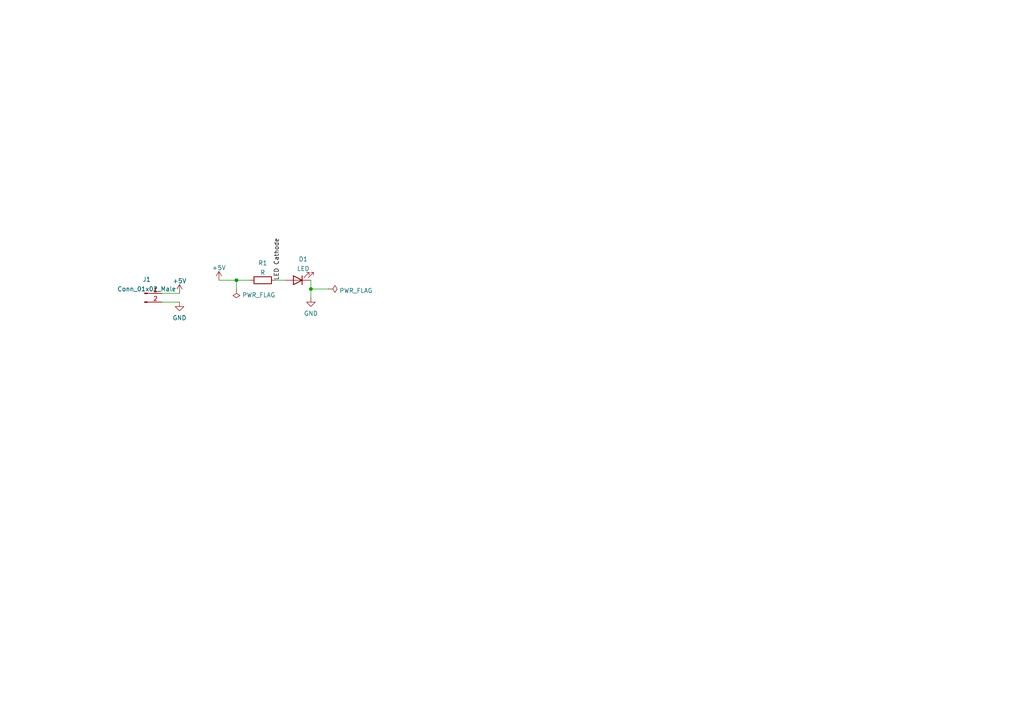
<source format=kicad_sch>
(kicad_sch (version 20211123) (generator eeschema)

  (uuid e63e39d7-6ac0-4ffd-8aa3-1841a4541b55)

  (paper "A4")

  (title_block
    (title "Via Example on home etched board")
    (date "2022-03-03")
    (rev "0.1")
  )

  (lib_symbols
    (symbol "Connector:Conn_01x02_Male" (pin_names (offset 1.016) hide) (in_bom yes) (on_board yes)
      (property "Reference" "J" (id 0) (at 0 2.54 0)
        (effects (font (size 1.27 1.27)))
      )
      (property "Value" "Conn_01x02_Male" (id 1) (at 0 -5.08 0)
        (effects (font (size 1.27 1.27)))
      )
      (property "Footprint" "" (id 2) (at 0 0 0)
        (effects (font (size 1.27 1.27)) hide)
      )
      (property "Datasheet" "~" (id 3) (at 0 0 0)
        (effects (font (size 1.27 1.27)) hide)
      )
      (property "ki_keywords" "connector" (id 4) (at 0 0 0)
        (effects (font (size 1.27 1.27)) hide)
      )
      (property "ki_description" "Generic connector, single row, 01x02, script generated (kicad-library-utils/schlib/autogen/connector/)" (id 5) (at 0 0 0)
        (effects (font (size 1.27 1.27)) hide)
      )
      (property "ki_fp_filters" "Connector*:*_1x??_*" (id 6) (at 0 0 0)
        (effects (font (size 1.27 1.27)) hide)
      )
      (symbol "Conn_01x02_Male_1_1"
        (polyline
          (pts
            (xy 1.27 -2.54)
            (xy 0.8636 -2.54)
          )
          (stroke (width 0.1524) (type default) (color 0 0 0 0))
          (fill (type none))
        )
        (polyline
          (pts
            (xy 1.27 0)
            (xy 0.8636 0)
          )
          (stroke (width 0.1524) (type default) (color 0 0 0 0))
          (fill (type none))
        )
        (rectangle (start 0.8636 -2.413) (end 0 -2.667)
          (stroke (width 0.1524) (type default) (color 0 0 0 0))
          (fill (type outline))
        )
        (rectangle (start 0.8636 0.127) (end 0 -0.127)
          (stroke (width 0.1524) (type default) (color 0 0 0 0))
          (fill (type outline))
        )
        (pin passive line (at 5.08 0 180) (length 3.81)
          (name "Pin_1" (effects (font (size 1.27 1.27))))
          (number "1" (effects (font (size 1.27 1.27))))
        )
        (pin passive line (at 5.08 -2.54 180) (length 3.81)
          (name "Pin_2" (effects (font (size 1.27 1.27))))
          (number "2" (effects (font (size 1.27 1.27))))
        )
      )
    )
    (symbol "Device:LED" (pin_numbers hide) (pin_names (offset 1.016) hide) (in_bom yes) (on_board yes)
      (property "Reference" "D" (id 0) (at 0 2.54 0)
        (effects (font (size 1.27 1.27)))
      )
      (property "Value" "LED" (id 1) (at 0 -2.54 0)
        (effects (font (size 1.27 1.27)))
      )
      (property "Footprint" "" (id 2) (at 0 0 0)
        (effects (font (size 1.27 1.27)) hide)
      )
      (property "Datasheet" "~" (id 3) (at 0 0 0)
        (effects (font (size 1.27 1.27)) hide)
      )
      (property "ki_keywords" "LED diode" (id 4) (at 0 0 0)
        (effects (font (size 1.27 1.27)) hide)
      )
      (property "ki_description" "Light emitting diode" (id 5) (at 0 0 0)
        (effects (font (size 1.27 1.27)) hide)
      )
      (property "ki_fp_filters" "LED* LED_SMD:* LED_THT:*" (id 6) (at 0 0 0)
        (effects (font (size 1.27 1.27)) hide)
      )
      (symbol "LED_0_1"
        (polyline
          (pts
            (xy -1.27 -1.27)
            (xy -1.27 1.27)
          )
          (stroke (width 0.254) (type default) (color 0 0 0 0))
          (fill (type none))
        )
        (polyline
          (pts
            (xy -1.27 0)
            (xy 1.27 0)
          )
          (stroke (width 0) (type default) (color 0 0 0 0))
          (fill (type none))
        )
        (polyline
          (pts
            (xy 1.27 -1.27)
            (xy 1.27 1.27)
            (xy -1.27 0)
            (xy 1.27 -1.27)
          )
          (stroke (width 0.254) (type default) (color 0 0 0 0))
          (fill (type none))
        )
        (polyline
          (pts
            (xy -3.048 -0.762)
            (xy -4.572 -2.286)
            (xy -3.81 -2.286)
            (xy -4.572 -2.286)
            (xy -4.572 -1.524)
          )
          (stroke (width 0) (type default) (color 0 0 0 0))
          (fill (type none))
        )
        (polyline
          (pts
            (xy -1.778 -0.762)
            (xy -3.302 -2.286)
            (xy -2.54 -2.286)
            (xy -3.302 -2.286)
            (xy -3.302 -1.524)
          )
          (stroke (width 0) (type default) (color 0 0 0 0))
          (fill (type none))
        )
      )
      (symbol "LED_1_1"
        (pin passive line (at -3.81 0 0) (length 2.54)
          (name "K" (effects (font (size 1.27 1.27))))
          (number "1" (effects (font (size 1.27 1.27))))
        )
        (pin passive line (at 3.81 0 180) (length 2.54)
          (name "A" (effects (font (size 1.27 1.27))))
          (number "2" (effects (font (size 1.27 1.27))))
        )
      )
    )
    (symbol "Device:R" (pin_numbers hide) (pin_names (offset 0)) (in_bom yes) (on_board yes)
      (property "Reference" "R" (id 0) (at 2.032 0 90)
        (effects (font (size 1.27 1.27)))
      )
      (property "Value" "R" (id 1) (at 0 0 90)
        (effects (font (size 1.27 1.27)))
      )
      (property "Footprint" "" (id 2) (at -1.778 0 90)
        (effects (font (size 1.27 1.27)) hide)
      )
      (property "Datasheet" "~" (id 3) (at 0 0 0)
        (effects (font (size 1.27 1.27)) hide)
      )
      (property "ki_keywords" "R res resistor" (id 4) (at 0 0 0)
        (effects (font (size 1.27 1.27)) hide)
      )
      (property "ki_description" "Resistor" (id 5) (at 0 0 0)
        (effects (font (size 1.27 1.27)) hide)
      )
      (property "ki_fp_filters" "R_*" (id 6) (at 0 0 0)
        (effects (font (size 1.27 1.27)) hide)
      )
      (symbol "R_0_1"
        (rectangle (start -1.016 -2.54) (end 1.016 2.54)
          (stroke (width 0.254) (type default) (color 0 0 0 0))
          (fill (type none))
        )
      )
      (symbol "R_1_1"
        (pin passive line (at 0 3.81 270) (length 1.27)
          (name "~" (effects (font (size 1.27 1.27))))
          (number "1" (effects (font (size 1.27 1.27))))
        )
        (pin passive line (at 0 -3.81 90) (length 1.27)
          (name "~" (effects (font (size 1.27 1.27))))
          (number "2" (effects (font (size 1.27 1.27))))
        )
      )
    )
    (symbol "power:+5V" (power) (pin_names (offset 0)) (in_bom yes) (on_board yes)
      (property "Reference" "#PWR" (id 0) (at 0 -3.81 0)
        (effects (font (size 1.27 1.27)) hide)
      )
      (property "Value" "+5V" (id 1) (at 0 3.556 0)
        (effects (font (size 1.27 1.27)))
      )
      (property "Footprint" "" (id 2) (at 0 0 0)
        (effects (font (size 1.27 1.27)) hide)
      )
      (property "Datasheet" "" (id 3) (at 0 0 0)
        (effects (font (size 1.27 1.27)) hide)
      )
      (property "ki_keywords" "power-flag" (id 4) (at 0 0 0)
        (effects (font (size 1.27 1.27)) hide)
      )
      (property "ki_description" "Power symbol creates a global label with name \"+5V\"" (id 5) (at 0 0 0)
        (effects (font (size 1.27 1.27)) hide)
      )
      (symbol "+5V_0_1"
        (polyline
          (pts
            (xy -0.762 1.27)
            (xy 0 2.54)
          )
          (stroke (width 0) (type default) (color 0 0 0 0))
          (fill (type none))
        )
        (polyline
          (pts
            (xy 0 0)
            (xy 0 2.54)
          )
          (stroke (width 0) (type default) (color 0 0 0 0))
          (fill (type none))
        )
        (polyline
          (pts
            (xy 0 2.54)
            (xy 0.762 1.27)
          )
          (stroke (width 0) (type default) (color 0 0 0 0))
          (fill (type none))
        )
      )
      (symbol "+5V_1_1"
        (pin power_in line (at 0 0 90) (length 0) hide
          (name "+5V" (effects (font (size 1.27 1.27))))
          (number "1" (effects (font (size 1.27 1.27))))
        )
      )
    )
    (symbol "power:GND" (power) (pin_names (offset 0)) (in_bom yes) (on_board yes)
      (property "Reference" "#PWR" (id 0) (at 0 -6.35 0)
        (effects (font (size 1.27 1.27)) hide)
      )
      (property "Value" "GND" (id 1) (at 0 -3.81 0)
        (effects (font (size 1.27 1.27)))
      )
      (property "Footprint" "" (id 2) (at 0 0 0)
        (effects (font (size 1.27 1.27)) hide)
      )
      (property "Datasheet" "" (id 3) (at 0 0 0)
        (effects (font (size 1.27 1.27)) hide)
      )
      (property "ki_keywords" "power-flag" (id 4) (at 0 0 0)
        (effects (font (size 1.27 1.27)) hide)
      )
      (property "ki_description" "Power symbol creates a global label with name \"GND\" , ground" (id 5) (at 0 0 0)
        (effects (font (size 1.27 1.27)) hide)
      )
      (symbol "GND_0_1"
        (polyline
          (pts
            (xy 0 0)
            (xy 0 -1.27)
            (xy 1.27 -1.27)
            (xy 0 -2.54)
            (xy -1.27 -1.27)
            (xy 0 -1.27)
          )
          (stroke (width 0) (type default) (color 0 0 0 0))
          (fill (type none))
        )
      )
      (symbol "GND_1_1"
        (pin power_in line (at 0 0 270) (length 0) hide
          (name "GND" (effects (font (size 1.27 1.27))))
          (number "1" (effects (font (size 1.27 1.27))))
        )
      )
    )
    (symbol "power:PWR_FLAG" (power) (pin_numbers hide) (pin_names (offset 0) hide) (in_bom yes) (on_board yes)
      (property "Reference" "#FLG" (id 0) (at 0 1.905 0)
        (effects (font (size 1.27 1.27)) hide)
      )
      (property "Value" "PWR_FLAG" (id 1) (at 0 3.81 0)
        (effects (font (size 1.27 1.27)))
      )
      (property "Footprint" "" (id 2) (at 0 0 0)
        (effects (font (size 1.27 1.27)) hide)
      )
      (property "Datasheet" "~" (id 3) (at 0 0 0)
        (effects (font (size 1.27 1.27)) hide)
      )
      (property "ki_keywords" "power-flag" (id 4) (at 0 0 0)
        (effects (font (size 1.27 1.27)) hide)
      )
      (property "ki_description" "Special symbol for telling ERC where power comes from" (id 5) (at 0 0 0)
        (effects (font (size 1.27 1.27)) hide)
      )
      (symbol "PWR_FLAG_0_0"
        (pin power_out line (at 0 0 90) (length 0)
          (name "pwr" (effects (font (size 1.27 1.27))))
          (number "1" (effects (font (size 1.27 1.27))))
        )
      )
      (symbol "PWR_FLAG_0_1"
        (polyline
          (pts
            (xy 0 0)
            (xy 0 1.27)
            (xy -1.016 1.905)
            (xy 0 2.54)
            (xy 1.016 1.905)
            (xy 0 1.27)
          )
          (stroke (width 0) (type default) (color 0 0 0 0))
          (fill (type none))
        )
      )
    )
  )

  (junction (at 68.58 81.28) (diameter 0) (color 0 0 0 0)
    (uuid 7469393f-72dd-416f-8e3a-ae0116c2d15f)
  )
  (junction (at 90.17 83.82) (diameter 0) (color 0 0 0 0)
    (uuid fc8bf2e7-3820-42eb-bd30-bb8e77e1dba4)
  )

  (wire (pts (xy 46.99 85.09) (xy 52.07 85.09))
    (stroke (width 0) (type default) (color 0 0 0 0))
    (uuid 199dd73d-d928-445b-952f-1c9e8eb58b25)
  )
  (wire (pts (xy 46.99 87.63) (xy 52.07 87.63))
    (stroke (width 0) (type default) (color 0 0 0 0))
    (uuid 1acbf004-08dd-4baf-81e6-7134d2890f6d)
  )
  (wire (pts (xy 90.17 83.82) (xy 95.25 83.82))
    (stroke (width 0) (type default) (color 0 0 0 0))
    (uuid 774ee617-d106-4453-8f24-9a7825d0e73c)
  )
  (wire (pts (xy 80.01 81.28) (xy 82.55 81.28))
    (stroke (width 0) (type default) (color 0 0 0 0))
    (uuid 848e3ae6-f8a6-49ad-a73f-06e99d3cf16a)
  )
  (wire (pts (xy 90.17 81.28) (xy 90.17 83.82))
    (stroke (width 0) (type default) (color 0 0 0 0))
    (uuid 9cba7f1d-6742-47f3-ba84-0a4573ed4246)
  )
  (wire (pts (xy 68.58 81.28) (xy 72.39 81.28))
    (stroke (width 0) (type default) (color 0 0 0 0))
    (uuid a1b48951-56d5-4ead-a906-539dab0a0021)
  )
  (wire (pts (xy 68.58 81.28) (xy 68.58 83.82))
    (stroke (width 0) (type default) (color 0 0 0 0))
    (uuid e2ce97ed-220e-4469-b338-bd1af40e1bb6)
  )
  (wire (pts (xy 90.17 83.82) (xy 90.17 86.36))
    (stroke (width 0) (type default) (color 0 0 0 0))
    (uuid e8f3926b-9b93-4928-a1e6-15d1b5a5ce69)
  )
  (wire (pts (xy 63.5 81.28) (xy 68.58 81.28))
    (stroke (width 0) (type default) (color 0 0 0 0))
    (uuid f0b7cf7a-cae8-484f-afc2-5a3cccc22877)
  )

  (label "LED Cathode" (at 81.28 81.28 90)
    (effects (font (size 1.27 1.27)) (justify left bottom))
    (uuid bb7b072a-f60a-4e72-afcd-dac2fe2f9289)
  )

  (symbol (lib_id "power:GND") (at 90.17 86.36 0) (unit 1)
    (in_bom yes) (on_board yes) (fields_autoplaced)
    (uuid 0753a923-93bf-488d-8302-90672e56c3a6)
    (property "Reference" "#PWR04" (id 0) (at 90.17 92.71 0)
      (effects (font (size 1.27 1.27)) hide)
    )
    (property "Value" "GND" (id 1) (at 90.17 90.9225 0))
    (property "Footprint" "" (id 2) (at 90.17 86.36 0)
      (effects (font (size 1.27 1.27)) hide)
    )
    (property "Datasheet" "" (id 3) (at 90.17 86.36 0)
      (effects (font (size 1.27 1.27)) hide)
    )
    (pin "1" (uuid 792fab33-7b74-409c-85da-e8ac19dad894))
  )

  (symbol (lib_id "power:GND") (at 52.07 87.63 0) (unit 1)
    (in_bom yes) (on_board yes) (fields_autoplaced)
    (uuid 3cd4f775-9dcf-4ebd-bf2f-b6df6b179e84)
    (property "Reference" "#PWR02" (id 0) (at 52.07 93.98 0)
      (effects (font (size 1.27 1.27)) hide)
    )
    (property "Value" "GND" (id 1) (at 52.07 92.1925 0))
    (property "Footprint" "" (id 2) (at 52.07 87.63 0)
      (effects (font (size 1.27 1.27)) hide)
    )
    (property "Datasheet" "" (id 3) (at 52.07 87.63 0)
      (effects (font (size 1.27 1.27)) hide)
    )
    (pin "1" (uuid 0b9f7357-0652-4d20-909c-ad88b02e347c))
  )

  (symbol (lib_id "power:+5V") (at 52.07 85.09 0) (unit 1)
    (in_bom yes) (on_board yes) (fields_autoplaced)
    (uuid 40442985-20a9-4f92-b5c3-af21f5f8520e)
    (property "Reference" "#PWR01" (id 0) (at 52.07 88.9 0)
      (effects (font (size 1.27 1.27)) hide)
    )
    (property "Value" "+5V" (id 1) (at 52.07 81.4855 0))
    (property "Footprint" "" (id 2) (at 52.07 85.09 0)
      (effects (font (size 1.27 1.27)) hide)
    )
    (property "Datasheet" "" (id 3) (at 52.07 85.09 0)
      (effects (font (size 1.27 1.27)) hide)
    )
    (pin "1" (uuid 7c0c8cb7-d8a4-4970-ac27-392212adb17f))
  )

  (symbol (lib_id "Device:R") (at 76.2 81.28 90) (unit 1)
    (in_bom yes) (on_board yes) (fields_autoplaced)
    (uuid 45f89244-bfbf-4ec5-8ab9-8633f293eb53)
    (property "Reference" "R1" (id 0) (at 76.2 76.2975 90))
    (property "Value" "R" (id 1) (at 76.2 79.0726 90))
    (property "Footprint" "Resistor_SMD:R_0805_2012Metric_Pad1.20x1.40mm_HandSolder" (id 2) (at 76.2 83.058 90)
      (effects (font (size 1.27 1.27)) hide)
    )
    (property "Datasheet" "~" (id 3) (at 76.2 81.28 0)
      (effects (font (size 1.27 1.27)) hide)
    )
    (pin "1" (uuid c5dc733b-2887-40a7-8731-0818d54e9716))
    (pin "2" (uuid 8613aabf-91e9-40c6-b81a-19040d34e20f))
  )

  (symbol (lib_id "power:PWR_FLAG") (at 95.25 83.82 270) (unit 1)
    (in_bom yes) (on_board yes) (fields_autoplaced)
    (uuid 4b1ab2ff-7fb8-4c40-91c1-ac601e4375fa)
    (property "Reference" "#FLG02" (id 0) (at 97.155 83.82 0)
      (effects (font (size 1.27 1.27)) hide)
    )
    (property "Value" "PWR_FLAG" (id 1) (at 98.425 84.299 90)
      (effects (font (size 1.27 1.27)) (justify left))
    )
    (property "Footprint" "" (id 2) (at 95.25 83.82 0)
      (effects (font (size 1.27 1.27)) hide)
    )
    (property "Datasheet" "~" (id 3) (at 95.25 83.82 0)
      (effects (font (size 1.27 1.27)) hide)
    )
    (pin "1" (uuid 552e4b00-57d0-46de-9c65-1888a3e2b7d2))
  )

  (symbol (lib_id "power:PWR_FLAG") (at 68.58 83.82 180) (unit 1)
    (in_bom yes) (on_board yes) (fields_autoplaced)
    (uuid 515c6398-591f-4a3b-bceb-35242b595b08)
    (property "Reference" "#FLG01" (id 0) (at 68.58 85.725 0)
      (effects (font (size 1.27 1.27)) hide)
    )
    (property "Value" "PWR_FLAG" (id 1) (at 70.231 85.569 0)
      (effects (font (size 1.27 1.27)) (justify right))
    )
    (property "Footprint" "" (id 2) (at 68.58 83.82 0)
      (effects (font (size 1.27 1.27)) hide)
    )
    (property "Datasheet" "~" (id 3) (at 68.58 83.82 0)
      (effects (font (size 1.27 1.27)) hide)
    )
    (pin "1" (uuid c1ceb9db-43c6-4ec2-a691-d2b1abf48cdb))
  )

  (symbol (lib_id "Connector:Conn_01x02_Male") (at 41.91 85.09 0) (unit 1)
    (in_bom yes) (on_board yes) (fields_autoplaced)
    (uuid 54f145c9-7860-4c24-b346-9d9b6f12886f)
    (property "Reference" "J1" (id 0) (at 42.545 81.0473 0))
    (property "Value" "Conn_01x02_Male" (id 1) (at 42.545 83.8224 0))
    (property "Footprint" "Connector_PinSocket_2.54mm:PinSocket_1x02_P2.54mm_Vertical" (id 2) (at 41.91 85.09 0)
      (effects (font (size 1.27 1.27)) hide)
    )
    (property "Datasheet" "~" (id 3) (at 41.91 85.09 0)
      (effects (font (size 1.27 1.27)) hide)
    )
    (pin "1" (uuid 20961a25-3a70-49bb-93d7-e4217899a49c))
    (pin "2" (uuid 5e76909e-0e16-4b02-aede-92accae3f27c))
  )

  (symbol (lib_id "power:+5V") (at 63.5 81.28 0) (unit 1)
    (in_bom yes) (on_board yes) (fields_autoplaced)
    (uuid bf9e4529-e167-447c-a045-25248a85a1d5)
    (property "Reference" "#PWR03" (id 0) (at 63.5 85.09 0)
      (effects (font (size 1.27 1.27)) hide)
    )
    (property "Value" "+5V" (id 1) (at 63.5 77.6755 0))
    (property "Footprint" "" (id 2) (at 63.5 81.28 0)
      (effects (font (size 1.27 1.27)) hide)
    )
    (property "Datasheet" "" (id 3) (at 63.5 81.28 0)
      (effects (font (size 1.27 1.27)) hide)
    )
    (pin "1" (uuid f6ab39d7-8d43-4958-82a0-c13a1e508052))
  )

  (symbol (lib_id "Device:LED") (at 86.36 81.28 180) (unit 1)
    (in_bom yes) (on_board yes) (fields_autoplaced)
    (uuid d89731e1-6e97-4507-b9f9-b61fcbd186f2)
    (property "Reference" "D1" (id 0) (at 87.9475 75.1545 0))
    (property "Value" "LED" (id 1) (at 87.9475 77.9296 0))
    (property "Footprint" "LED_SMD:LED_0805_2012Metric_Pad1.15x1.40mm_HandSolder" (id 2) (at 86.36 81.28 0)
      (effects (font (size 1.27 1.27)) hide)
    )
    (property "Datasheet" "~" (id 3) (at 86.36 81.28 0)
      (effects (font (size 1.27 1.27)) hide)
    )
    (pin "1" (uuid 58c4857b-b068-4140-8935-57de9b8c3c07))
    (pin "2" (uuid 9a458650-0bcb-4412-a227-64373438204a))
  )

  (sheet_instances
    (path "/" (page "1"))
  )

  (symbol_instances
    (path "/515c6398-591f-4a3b-bceb-35242b595b08"
      (reference "#FLG01") (unit 1) (value "PWR_FLAG") (footprint "")
    )
    (path "/4b1ab2ff-7fb8-4c40-91c1-ac601e4375fa"
      (reference "#FLG02") (unit 1) (value "PWR_FLAG") (footprint "")
    )
    (path "/40442985-20a9-4f92-b5c3-af21f5f8520e"
      (reference "#PWR01") (unit 1) (value "+5V") (footprint "")
    )
    (path "/3cd4f775-9dcf-4ebd-bf2f-b6df6b179e84"
      (reference "#PWR02") (unit 1) (value "GND") (footprint "")
    )
    (path "/bf9e4529-e167-447c-a045-25248a85a1d5"
      (reference "#PWR03") (unit 1) (value "+5V") (footprint "")
    )
    (path "/0753a923-93bf-488d-8302-90672e56c3a6"
      (reference "#PWR04") (unit 1) (value "GND") (footprint "")
    )
    (path "/d89731e1-6e97-4507-b9f9-b61fcbd186f2"
      (reference "D1") (unit 1) (value "LED") (footprint "LED_SMD:LED_0805_2012Metric_Pad1.15x1.40mm_HandSolder")
    )
    (path "/54f145c9-7860-4c24-b346-9d9b6f12886f"
      (reference "J1") (unit 1) (value "Conn_01x02_Male") (footprint "Connector_PinSocket_2.54mm:PinSocket_1x02_P2.54mm_Vertical")
    )
    (path "/45f89244-bfbf-4ec5-8ab9-8633f293eb53"
      (reference "R1") (unit 1) (value "R") (footprint "Resistor_SMD:R_0805_2012Metric_Pad1.20x1.40mm_HandSolder")
    )
  )
)

</source>
